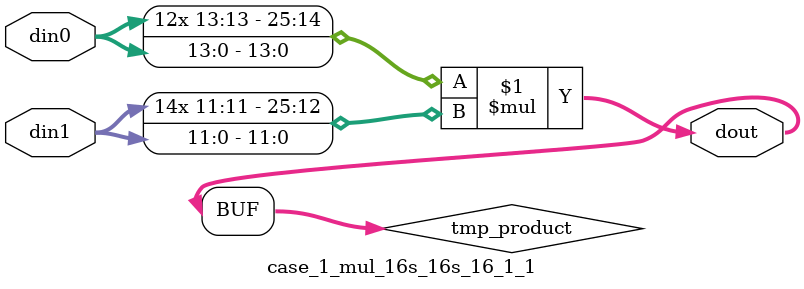
<source format=v>

`timescale 1 ns / 1 ps

 module case_1_mul_16s_16s_16_1_1(din0, din1, dout);
parameter ID = 1;
parameter NUM_STAGE = 0;
parameter din0_WIDTH = 14;
parameter din1_WIDTH = 12;
parameter dout_WIDTH = 26;

input [din0_WIDTH - 1 : 0] din0; 
input [din1_WIDTH - 1 : 0] din1; 
output [dout_WIDTH - 1 : 0] dout;

wire signed [dout_WIDTH - 1 : 0] tmp_product;



























assign tmp_product = $signed(din0) * $signed(din1);








assign dout = tmp_product;





















endmodule

</source>
